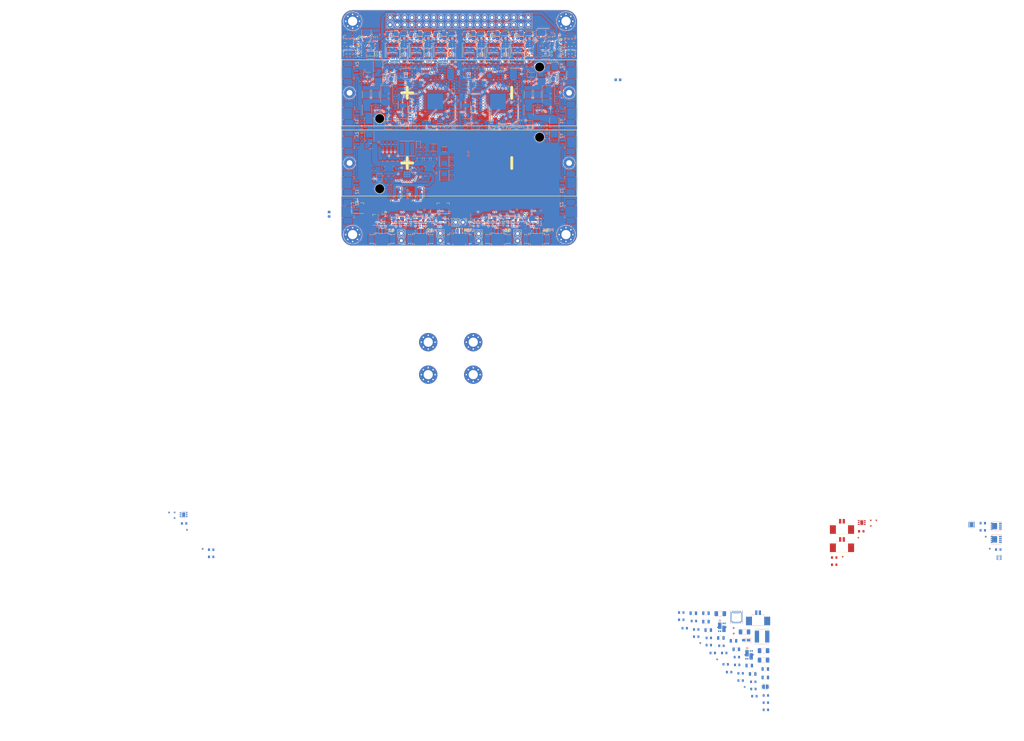
<source format=kicad_pcb>
(kicad_pcb (version 20210623) (generator pcbnew)

  (general
    (thickness 1)
  )

  (paper "A4")
  (title_block
    (title "BUTCube - EPS")
    (date "2021-08-20")
    (rev "v1.0")
    (company "VUT - FIT(STRaDe) & FME(IAE & IPE)")
    (comment 1 "Author: Petr Malaník")
  )

  (layers
    (0 "F.Cu" signal)
    (1 "In1.Cu" power)
    (2 "In2.Cu" mixed)
    (31 "B.Cu" signal)
    (32 "B.Adhes" user "B.Adhesive")
    (33 "F.Adhes" user "F.Adhesive")
    (34 "B.Paste" user)
    (35 "F.Paste" user)
    (36 "B.SilkS" user "B.Silkscreen")
    (37 "F.SilkS" user "F.Silkscreen")
    (38 "B.Mask" user)
    (39 "F.Mask" user)
    (40 "Dwgs.User" user "User.Drawings")
    (41 "Cmts.User" user "User.Comments")
    (42 "Eco1.User" user "User.Eco1")
    (43 "Eco2.User" user "User.Eco2")
    (44 "Edge.Cuts" user)
    (45 "Margin" user)
    (46 "B.CrtYd" user "B.Courtyard")
    (47 "F.CrtYd" user "F.Courtyard")
    (48 "B.Fab" user)
    (49 "F.Fab" user)
    (50 "User.1" user)
    (51 "User.2" user)
    (52 "User.3" user)
    (53 "User.4" user)
    (54 "User.5" user)
    (55 "User.6" user)
    (56 "User.7" user)
    (57 "User.8" user)
    (58 "User.9" user)
  )

  (setup
    (stackup
      (layer "F.SilkS" (type "Top Silk Screen"))
      (layer "F.Paste" (type "Top Solder Paste"))
      (layer "F.Mask" (type "Top Solder Mask") (color "Green") (thickness 0.01))
      (layer "F.Cu" (type "copper") (thickness 0.035))
      (layer "dielectric 1" (type "core") (thickness 0.28) (material "FR4") (epsilon_r 4.5) (loss_tangent 0.02))
      (layer "In1.Cu" (type "copper") (thickness 0.035))
      (layer "dielectric 2" (type "prepreg") (thickness 0.28) (material "FR4") (epsilon_r 4.5) (loss_tangent 0.02))
      (layer "In2.Cu" (type "copper") (thickness 0.035))
      (layer "dielectric 3" (type "core") (thickness 0.28) (material "FR4") (epsilon_r 4.5) (loss_tangent 0.02))
      (layer "B.Cu" (type "copper") (thickness 0.035))
      (layer "B.Mask" (type "Bottom Solder Mask") (color "Green") (thickness 0.01))
      (layer "B.Paste" (type "Bottom Solder Paste"))
      (layer "B.SilkS" (type "Bottom Silk Screen"))
      (copper_finish "Immersion gold")
      (dielectric_constraints no)
    )
    (pad_to_mask_clearance 0)
    (pcbplotparams
      (layerselection 0x00010fc_ffffffff)
      (disableapertmacros false)
      (usegerberextensions false)
      (usegerberattributes true)
      (usegerberadvancedattributes true)
      (creategerberjobfile true)
      (svguseinch false)
      (svgprecision 6)
      (excludeedgelayer true)
      (plotframeref false)
      (viasonmask false)
      (mode 1)
      (useauxorigin false)
      (hpglpennumber 1)
      (hpglpenspeed 20)
      (hpglpendiameter 15.000000)
      (dxfpolygonmode true)
      (dxfimperialunits true)
      (dxfusepcbnewfont true)
      (psnegative false)
      (psa4output false)
      (plotreference true)
      (plotvalue true)
      (plotinvisibletext false)
      (sketchpadsonfab false)
      (subtractmaskfromsilk false)
      (outputformat 1)
      (mirror false)
      (drillshape 1)
      (scaleselection 1)
      (outputdirectory "")
    )
  )

  (net 0 "")
  (net 1 "Net-(C1-Pad1)")
  (net 2 "VBUS")
  (net 3 "/Unit #1/MCU/MCU_POWER")
  (net 4 "/Unit #1/Battery charger/SOLAR_IN")
  (net 5 "/USB power/USB_POWER")
  (net 6 "Net-(C6-Pad1)")
  (net 7 "Net-(C6-Pad2)")
  (net 8 "Net-(C7-Pad1)")
  (net 9 "GND")
  (net 10 "Net-(C7-Pad2)")
  (net 11 "Net-(C8-Pad1)")
  (net 12 "/Unit #1/Battery charger/PMID")
  (net 13 "/Unit #1/Battery charger/SYS")
  (net 14 "/Unit #1/Battery charger/REGN")
  (net 15 "/Unit #1/Activation control/PWR_OUT")
  (net 16 "Net-(C29-Pad1)")
  (net 17 "/Unit #1/MCU/OUT_CUR")
  (net 18 "Net-(C32-Pad1)")
  (net 19 "/Unit #1/MCU/VREF")
  (net 20 "Net-(C47-Pad1)")
  (net 21 "/Unit #2/MCU/MCU_POWER")
  (net 22 "/Unit #2/Battery charger/SOLAR_IN")
  (net 23 "Net-(C52-Pad1)")
  (net 24 "Net-(C52-Pad2)")
  (net 25 "Net-(C53-Pad1)")
  (net 26 "Net-(C53-Pad2)")
  (net 27 "Net-(C54-Pad1)")
  (net 28 "/Unit #2/Battery charger/PMID")
  (net 29 "/Unit #2/Battery charger/SYS")
  (net 30 "/Unit #2/Battery charger/REGN")
  (net 31 "/Unit #2/Activation control/PWR_OUT")
  (net 32 "Net-(C75-Pad1)")
  (net 33 "/Unit #2/MCU/OUT_CUR")
  (net 34 "Net-(C78-Pad1)")
  (net 35 "/Unit #2/MCU/VREF")
  (net 36 "Net-(C93-Pad1)")
  (net 37 "Net-(C94-Pad1)")
  (net 38 "/Unit #1/Output control/PWR_OUT")
  (net 39 "Net-(C96-Pad1)")
  (net 40 "Net-(C97-Pad1)")
  (net 41 "/Unit #2/Output control/PWR_OUT")
  (net 42 "Net-(C101-Pad1)")
  (net 43 "Net-(C102-Pad1)")
  (net 44 "Net-(C106-Pad1)")
  (net 45 "Net-(C107-Pad1)")
  (net 46 "Net-(C111-Pad1)")
  (net 47 "Net-(C112-Pad1)")
  (net 48 "Net-(C116-Pad1)")
  (net 49 "Net-(C117-Pad1)")
  (net 50 "Net-(C121-Pad1)")
  (net 51 "Net-(C122-Pad1)")
  (net 52 "/Unit #1/ADC/VBAT_CUR")
  (net 53 "/Unit #2/ADC/VBAT_CUR")
  (net 54 "Net-(C129-Pad1)")
  (net 55 "Net-(C130-Pad1)")
  (net 56 "Net-(C131-Pad1)")
  (net 57 "Net-(C132-Pad1)")
  (net 58 "Net-(C133-Pad1)")
  (net 59 "/Unit #2/Activation control/Activation logic/PWR_IN")
  (net 60 "Net-(C138-Pad1)")
  (net 61 "Net-(C139-Pad1)")
  (net 62 "Net-(C140-Pad1)")
  (net 63 "Net-(C141-Pad1)")
  (net 64 "Net-(C142-Pad1)")
  (net 65 "/Unit #1/Activation control/Activation logic/PWR_IN")
  (net 66 "Net-(D2-Pad2)")
  (net 67 "/Stack connector/CAN_L")
  (net 68 "/Stack connector/CAN_H")
  (net 69 "/Unit #1/ADC/1V8_CUR")
  (net 70 "/Unit #2/ADC/1V8_CUR")
  (net 71 "/Unit #1/ADC/3V3_CUR")
  (net 72 "/Unit #2/ADC/3V3_CUR")
  (net 73 "/Unit #1/ADC/5V_CUR")
  (net 74 "/Unit #2/ADC/5V_CUR")
  (net 75 "/Unit #1/Activation control/PWR_IN")
  (net 76 "/Unit #1/MCU/POWER")
  (net 77 "Net-(F3-Pad2)")
  (net 78 "/Unit #2/Activation control/PWR_IN")
  (net 79 "/Unit #2/MCU/POWER")
  (net 80 "Net-(F6-Pad2)")
  (net 81 "Net-(F7-Pad1)")
  (net 82 "/Unit #1/1V8")
  (net 83 "Net-(F8-Pad1)")
  (net 84 "/Unit #2/1V8")
  (net 85 "Net-(F9-Pad1)")
  (net 86 "/Unit #1/3V3")
  (net 87 "Net-(F10-Pad1)")
  (net 88 "/Unit #2/3V3")
  (net 89 "Net-(F11-Pad1)")
  (net 90 "/Unit #1/5V")
  (net 91 "Net-(F12-Pad1)")
  (net 92 "/Unit #2/5V")
  (net 93 "Net-(F13-Pad1)")
  (net 94 "/Unit #1/VBAT")
  (net 95 "Net-(F14-Pad1)")
  (net 96 "/Unit #2/VBAT")
  (net 97 "Net-(J7-Pad1)")
  (net 98 "/Unit #1/MCU/DBG_TX")
  (net 99 "/Unit #1/MCU/DBG_RX")
  (net 100 "/Unit #1/MCU/SWCLK")
  (net 101 "/Unit #1/MCU/SWDIO")
  (net 102 "/Unit #1/Battery temperature control/NTC_OUT")
  (net 103 "Net-(J11-Pad1)")
  (net 104 "/Stack connector/EPS#1_CHARGE")
  (net 105 "/Stack connector/RS_485_~{B}")
  (net 106 "/Stack connector/RS_485_A")
  (net 107 "/Stack connector/EPS#2_CHARGE")
  (net 108 "Net-(J19-Pad1)")
  (net 109 "/Unit #2/MCU/DBG_TX")
  (net 110 "/Unit #2/MCU/DBG_RX")
  (net 111 "/Unit #2/MCU/SWCLK")
  (net 112 "/Unit #2/MCU/SWDIO")
  (net 113 "/Unit #2/Battery temperature control/NTC_OUT")
  (net 114 "Net-(J23-Pad1)")
  (net 115 "/Activation switches/RBF_PIN")
  (net 116 "/Activation switches/SW_#1")
  (net 117 "/Activation switches/SW_#2")
  (net 118 "/Activation switches/SW_#3")
  (net 119 "/Activation switches/SW_#4")
  (net 120 "Net-(JP1-Pad2)")
  (net 121 "Net-(JP2-Pad1)")
  (net 122 "/Unit #1/MCU/NRST")
  (net 123 "Net-(JP3-Pad1)")
  (net 124 "Net-(JP3-Pad2)")
  (net 125 "Net-(JP4-Pad2)")
  (net 126 "Net-(JP5-Pad1)")
  (net 127 "/Unit #2/MCU/NRST")
  (net 128 "Net-(JP6-Pad1)")
  (net 129 "Net-(JP6-Pad2)")
  (net 130 "Net-(L3-Pad1)")
  (net 131 "Net-(L3-Pad2)")
  (net 132 "Net-(L4-Pad1)")
  (net 133 "Net-(L4-Pad2)")
  (net 134 "Net-(L5-Pad1)")
  (net 135 "Net-(L5-Pad2)")
  (net 136 "Net-(L6-Pad1)")
  (net 137 "Net-(L6-Pad2)")
  (net 138 "Net-(L7-Pad1)")
  (net 139 "Net-(L7-Pad2)")
  (net 140 "Net-(L8-Pad1)")
  (net 141 "Net-(L8-Pad2)")
  (net 142 "Net-(Q1-PadG1)")
  (net 143 "Net-(Q1-PadS1)")
  (net 144 "Net-(Q2-PadG1)")
  (net 145 "Net-(Q2-PadS1)")
  (net 146 "/Unit #1/Activation control/Activation logic/SEP_EN")
  (net 147 "Net-(Q3-Pad5)")
  (net 148 "/Unit #1/Activation control/Activation logic/RBF_EN")
  (net 149 "Net-(Q5-Pad1)")
  (net 150 "Net-(Q5-Pad3)")
  (net 151 "Net-(Q7-Pad1)")
  (net 152 "Net-(Q7-Pad4)")
  (net 153 "Net-(Q7-Pad5)")
  (net 154 "Net-(Q9-PadG1)")
  (net 155 "Net-(Q9-PadS1)")
  (net 156 "Net-(Q10-PadG1)")
  (net 157 "Net-(Q10-PadS1)")
  (net 158 "/Unit #2/Activation control/Activation logic/SEP_EN")
  (net 159 "Net-(Q11-Pad5)")
  (net 160 "/Unit #2/Activation control/Activation logic/RBF_EN")
  (net 161 "Net-(Q13-Pad1)")
  (net 162 "Net-(Q13-Pad3)")
  (net 163 "Net-(Q15-Pad1)")
  (net 164 "Net-(Q15-Pad4)")
  (net 165 "Net-(Q15-Pad5)")
  (net 166 "Net-(Q17-Pad4)")
  (net 167 "Net-(Q17-Pad5)")
  (net 168 "Net-(Q18-Pad1)")
  (net 169 "Net-(Q18-Pad4)")
  (net 170 "Net-(Q19-Pad4)")
  (net 171 "Net-(Q19-Pad5)")
  (net 172 "Net-(Q20-Pad1)")
  (net 173 "Net-(Q20-Pad4)")
  (net 174 "/Unit #1/Power supplies/Power_supply_1V8/PER_POWER")
  (net 175 "/Unit #1/MCU/1V8_EN")
  (net 176 "/Unit #2/Power supplies/Power_supply_1V8/PER_POWER")
  (net 177 "/Unit #2/MCU/1V8_EN")
  (net 178 "/Unit #1/MCU/3V3_EN")
  (net 179 "/Unit #2/MCU/3V3_EN")
  (net 180 "/Unit #1/Power supplies/Power_supply_5V/PER_POWER")
  (net 181 "/Unit #1/MCU/5V_EN")
  (net 182 "/Unit #2/Power supplies/Power_supply_5V/PER_POWER")
  (net 183 "/Unit #2/MCU/5V_EN")
  (net 184 "Net-(Q27-Pad1)")
  (net 185 "/Unit #1/MCU/VBAT_EN")
  (net 186 "Net-(Q28-Pad1)")
  (net 187 "/Unit #2/MCU/VBAT_EN")
  (net 188 "/Unit #1/Battery charger/D+")
  (net 189 "/Unit #1/Battery charger/D-")
  (net 190 "Net-(R5-Pad2)")
  (net 191 "Net-(R6-Pad2)")
  (net 192 "Net-(R7-Pad1)")
  (net 193 "Net-(R8-Pad2)")
  (net 194 "Net-(D1-Pad2)")
  (net 195 "Net-(R11-Pad1)")
  (net 196 "Net-(R16-Pad2)")
  (net 197 "Net-(R17-Pad2)")
  (net 198 "Net-(R18-Pad2)")
  (net 199 "Net-(R21-Pad2)")
  (net 200 "Net-(R22-Pad1)")
  (net 201 "Net-(R24-Pad2)")
  (net 202 "/Unit #1/MCU/VBAT")
  (net 203 "/Unit #1/MCU/VDDUSB")
  (net 204 "Net-(R30-Pad1)")
  (net 205 "/Unit #1/MCU/CAN_RS")
  (net 206 "/Unit #1/MCU/RS_485_R_EN")
  (net 207 "/Unit #1/MCU/RS_485_T_EN")
  (net 208 "/Unit #1/Battery temperature control/EN")
  (net 209 "/Unit #1/Battery temperature control/NTC_REF")
  (net 210 "/Unit #2/Battery charger/D+")
  (net 211 "/Unit #2/Battery charger/D-")
  (net 212 "Net-(R47-Pad2)")
  (net 213 "Net-(R57-Pad2)")
  (net 214 "/Unit #2/MCU/VBAT")
  (net 215 "/Unit #2/MCU/VDDUSB")
  (net 216 "/Unit #2/MCU/CAN_RS")
  (net 217 "/Unit #2/MCU/RS_485_R_EN")
  (net 218 "/Unit #2/MCU/RS_485_T_EN")
  (net 219 "/Unit #2/Battery temperature control/EN")
  (net 220 "/Unit #2/Battery temperature control/NTC_REF")
  (net 221 "Net-(R82-Pad1)")
  (net 222 "Net-(R91-Pad2)")
  (net 223 "Net-(R98-Pad2)")
  (net 224 "Net-(R105-Pad2)")
  (net 225 "Net-(R112-Pad2)")
  (net 226 "Net-(R119-Pad2)")
  (net 227 "/Unit #1/Battery temperature control/~{FAULT}")
  (net 228 "/Unit #2/Battery temperature control/~{FAULT}")
  (net 229 "Net-(TP61-Pad1)")
  (net 230 "Net-(TP62-Pad1)")
  (net 231 "Net-(TP63-Pad1)")
  (net 232 "Net-(TP64-Pad1)")
  (net 233 "Net-(TP67-Pad1)")
  (net 234 "Net-(TP69-Pad1)")
  (net 235 "Net-(TP70-Pad1)")
  (net 236 "Net-(TP71-Pad1)")
  (net 237 "Net-(TP72-Pad1)")
  (net 238 "Net-(TP75-Pad1)")
  (net 239 "/Unit #1/ADC/~{CS}")
  (net 240 "/Unit #1/MCU/SPI_MISO")
  (net 241 "/Unit #1/MCU/SPI_SCK")
  (net 242 "/Unit #1/MCU/SPI_MOSI")
  (net 243 "Net-(D1-Pad1)")
  (net 244 "/Unit #1/Battery charger/SCL")
  (net 245 "/Unit #1/Battery charger/SDA")
  (net 246 "/Unit #1/Battery charger/~{INT}")
  (net 247 "/Unit #1/MCU/WDG_RESET")
  (net 248 "/Unit #1/MCU/FRAM_CS")
  (net 249 "/Unit #1/MCU/LSE")
  (net 250 "/Unit #1/MCU/HSE")
  (net 251 "/Unit #1/Battery charger/BAT_ALERT")
  (net 252 "/Unit #1/MCU/RS_485_R")
  (net 253 "/Unit #1/MCU/RS_485_T")
  (net 254 "/Unit #1/MCU/CAN_RX")
  (net 255 "/Unit #1/MCU/CAN_TX")
  (net 256 "/Unit #2/ADC/~{CS}")
  (net 257 "/Unit #2/MCU/SPI_MISO")
  (net 258 "/Unit #2/MCU/SPI_SCK")
  (net 259 "/Unit #2/MCU/SPI_MOSI")
  (net 260 "Net-(D5-Pad1)")
  (net 261 "/Unit #2/Battery charger/SCL")
  (net 262 "/Unit #2/Battery charger/SDA")
  (net 263 "/Unit #2/Battery charger/~{INT}")
  (net 264 "/Unit #2/MCU/WDG_RESET")
  (net 265 "/Unit #2/MCU/FRAM_CS")
  (net 266 "/Unit #2/MCU/LSE")
  (net 267 "/Unit #2/MCU/HSE")
  (net 268 "/Unit #2/Battery charger/BAT_ALERT")
  (net 269 "/Unit #2/MCU/RS_485_R")
  (net 270 "/Unit #2/MCU/RS_485_T")
  (net 271 "/Unit #2/MCU/CAN_RX")
  (net 272 "/Unit #2/MCU/CAN_TX")
  (net 273 "Net-(U52-Pad6)")
  (net 274 "Net-(U53-Pad8)")
  (net 275 "Net-(U54-Pad12)")
  (net 276 "Net-(U48-Pad6)")
  (net 277 "Net-(U48-Pad8)")
  (net 278 "Net-(U48-Pad12)")
  (net 279 "Net-(U49-Pad10)")
  (net 280 "Net-(U49-Pad8)")
  (net 281 "Net-(U49-Pad12)")
  (net 282 "Net-(U50-Pad12)")
  (net 283 "Net-(U52-Pad8)")
  (net 284 "Net-(U52-Pad12)")
  (net 285 "Net-(U53-Pad10)")
  (net 286 "Net-(U53-Pad12)")
  (net 287 "Net-(D4-Pad1)")
  (net 288 "Net-(D7-Pad1)")
  (net 289 "Net-(D7-Pad2)")
  (net 290 "Net-(D8-Pad2)")
  (net 291 "Net-(D10-Pad1)")
  (net 292 "Net-(D11-Pad1)")
  (net 293 "/Unit #1/MCU/LED1")
  (net 294 "/Unit #1/MCU/LED2")
  (net 295 "Net-(R41-Pad1)")
  (net 296 "Net-(R46-Pad2)")
  (net 297 "Net-(R48-Pad1)")
  (net 298 "Net-(R49-Pad2)")
  (net 299 "Net-(R52-Pad1)")
  (net 300 "Net-(R58-Pad2)")
  (net 301 "Net-(R59-Pad2)")
  (net 302 "Net-(R62-Pad2)")
  (net 303 "Net-(R63-Pad1)")
  (net 304 "Net-(R65-Pad2)")
  (net 305 "Net-(R71-Pad1)")
  (net 306 "/Unit #2/MCU/LED1")
  (net 307 "/Unit #2/MCU/LED2")
  (net 308 "Net-(R84-Pad1)")
  (net 309 "Net-(R86-Pad1)")
  (net 310 "Net-(R88-Pad2)")
  (net 311 "Net-(R89-Pad1)")
  (net 312 "Net-(R95-Pad2)")
  (net 313 "Net-(R96-Pad1)")
  (net 314 "Net-(R102-Pad2)")
  (net 315 "Net-(R103-Pad1)")
  (net 316 "Net-(R109-Pad2)")
  (net 317 "Net-(R110-Pad1)")
  (net 318 "Net-(R116-Pad2)")
  (net 319 "Net-(R117-Pad1)")
  (net 320 "Net-(R123-Pad2)")
  (net 321 "Net-(R124-Pad1)")
  (net 322 "Net-(R126-Pad2)")
  (net 323 "Net-(R132-Pad2)")
  (net 324 "Net-(R137-Pad2)")
  (net 325 "/Unit #1/Battery charger/BAT+")
  (net 326 "/Unit #2/Battery charger/BAT+")
  (net 327 "/Unit #1/ADC/VBAT_DIV")
  (net 328 "/Unit #1/ADC/3V3_DIV")
  (net 329 "/Unit #1/ADC/5V_DIV")
  (net 330 "/Unit #2/ADC/VBAT_DIV")
  (net 331 "/Unit #2/ADC/3V3_DIV")
  (net 332 "/Unit #2/ADC/5V_DIV")
  (net 333 "unconnected-(J12-Pad11)")
  (net 334 "unconnected-(J12-Pad12)")
  (net 335 "unconnected-(J12-Pad13)")
  (net 336 "unconnected-(J12-Pad14)")
  (net 337 "unconnected-(J12-Pad15)")
  (net 338 "unconnected-(J12-Pad16)")
  (net 339 "unconnected-(J12-Pad17)")
  (net 340 "unconnected-(J12-Pad18)")
  (net 341 "unconnected-(J12-Pad23)")
  (net 342 "unconnected-(J12-Pad24)")
  (net 343 "unconnected-(J12-Pad25)")
  (net 344 "unconnected-(J12-Pad26)")
  (net 345 "unconnected-(J12-Pad27)")
  (net 346 "unconnected-(J12-Pad28)")
  (net 347 "unconnected-(J12-Pad29)")
  (net 348 "unconnected-(J12-Pad30)")
  (net 349 "/Unit #1/ADC/CONV_EN")
  (net 350 "Net-(Q29-Pad3)")
  (net 351 "Net-(Q30-Pad3)")
  (net 352 "Net-(Q31-Pad3)")
  (net 353 "/Unit #2/ADC/CONV_EN")
  (net 354 "Net-(Q32-Pad3)")
  (net 355 "Net-(Q33-Pad3)")
  (net 356 "Net-(Q34-Pad3)")
  (net 357 "unconnected-(U6-Pad3)")
  (net 358 "unconnected-(U8-Pad3)")
  (net 359 "unconnected-(U9-Pad4)")
  (net 360 "unconnected-(U9-Pad10)")
  (net 361 "unconnected-(U10-Pad3)")
  (net 362 "unconnected-(U12-Pad7)")
  (net 363 "unconnected-(U19-Pad3)")
  (net 364 "unconnected-(U21-Pad3)")
  (net 365 "unconnected-(U22-Pad4)")
  (net 366 "unconnected-(U22-Pad10)")
  (net 367 "unconnected-(U23-Pad3)")
  (net 368 "unconnected-(U25-Pad7)")
  (net 369 "unconnected-(U27-Pad1)")
  (net 370 "unconnected-(U30-Pad1)")
  (net 371 "unconnected-(U50-Pad8)")
  (net 372 "unconnected-(U54-Pad8)")
  (net 373 "unconnected-(X1-Pad1)")
  (net 374 "unconnected-(X3-Pad1)")

  (footprint "Diode_SMD:D_SOD-323F" (layer "F.Cu") (at 95.1 59.325 180))

  (footprint "TCY_passives:R_0603_1608Metric" (layer "F.Cu") (at 163.8 54.2 90))

  (footprint "TCY_passives:R_0603_1608Metric" (layer "F.Cu") (at 93.1 53.725 90))

  (footprint "TCY_passives:D_0603_1608Metric" (layer "F.Cu") (at 86.3 56.8 -90))

  (footprint "TCY_passives:R_0603_1608Metric" (layer "F.Cu") (at 257.14 235.26))

  (footprint "MountingHole:MountingHole_3.2mm_M3_Pad_Via" (layer "F.Cu") (at 89 122.5))

  (footprint "TCY_passives:R_0603_1608Metric" (layer "F.Cu") (at 107.05 58.2))

  (footprint "TCY_connectors:TestPoint_Pad_D0.5mm" (layer "F.Cu") (at 158.4 59.9))

  (footprint "TCY_connectors:Amphenol_10114830-11102LF_1x02_P1.25mm_Horizontal" (layer "F.Cu") (at 99.25 122))

  (footprint "TCY_passives:R_0603_1608Metric" (layer "F.Cu") (at 113.7 118.2 -90))

  (footprint "TCY_passives:R_0603_1608Metric" (layer "F.Cu") (at 257.14 237.77))

  (footprint "TCY_passives:R_0603_1608Metric" (layer "F.Cu") (at 151.187255 118.138244 -90))

  (footprint "TCY_passives:R_0603_1608Metric" (layer "F.Cu") (at 162.6 54.2 -90))

  (footprint "TCY_IC:DFN-3_1.2x1.2mm" (layer "F.Cu") (at 161 53.7))

  (footprint "Connector_PinHeader_2.54mm:PinHeader_1x02_P2.54mm_Vertical" (layer "F.Cu") (at 146.6 124.675 180))

  (footprint "TCY_passives:R_0603_1608Metric" (layer "F.Cu") (at 115.45 55.4))

  (footprint "TCY_passives:R_0603_1608Metric" (layer "F.Cu") (at 150.8 54 180))

  (footprint "TCY_passives:R_0603_1608Metric" (layer "F.Cu") (at 89.9 54.2 90))

  (footprint "TCY_passives:R_0603_1608Metric" (layer "F.Cu") (at 131.987255 118.138244 90))

  (footprint "TCY_passives:D_0603_1608Metric" (layer "F.Cu") (at 86.3 54.2 -90))

  (footprint "TCY_passives:C_0603_1608Metric" (layer "F.Cu") (at 165 54.2 90))

  (footprint "TCY_passives:R_0603_1608Metric" (layer "F.Cu") (at 88.7 54.2 -90))

  (footprint "TCY_connectors:TestPoint_Pad_D0.5mm" (layer "F.Cu") (at 271.86 222.26))

  (footprint "TCY_connectors:TestPoint_Pad_D0.5mm" (layer "F.Cu") (at 114.675 59.5))

  (footprint "TCY_passives:R_0603_1608Metric" (layer "F.Cu") (at 89.9 56.8 90))

  (footprint "TCY_connectors:TestPoint_Pad_D0.5mm" (layer "F.Cu") (at 107.825 59.5))

  (footprint "TCY_connectors:TestPoint_Pad_D0.5mm" (layer "F.Cu") (at 124.625 59.5))

  (footprint "TCY_IC:DFN-3_1.2x1.2mm" (layer "F.Cu") (at 91.5 54.7 180))

  (footprint "Diode_SMD:D_SOD-323F" (layer "F.Cu") (at 106.7 52.25 180))

  (footprint "TCY_passives:C_0603_1608Metric" (layer "F.Cu") (at 138.787255 118.138244 -90))

  (footprint "TCY_passives:R_0603_1608Metric" (layer "F.Cu") (at 120.5 118.2 90))

  (footprint "Diode_SMD:D_SOD-323F" (layer "F.Cu") (at 133.65 52.25 180))

  (footprint "Package_DFN_QFN:UQFN-10_1.4x1.8mm_P0.4mm" (layer "F.Cu") (at 157.2 56.6))

  (footprint "TCY_connectors:TestPoint_Pad_D0.5mm" (layer "F.Cu") (at 105.35 54.7))

  (footprint "TCY_passives:C_0603_1608Metric" (layer "F.Cu") (at 93.6 56.625 90))

  (footprint "TCY_passives:C_0603_1608Metric" (layer "F.Cu") (at 115.45 60.7))

  (footprint "TCY_connectors:TestPoint_Pad_D0.5mm" (layer "F.Cu") (at 143.175 59.5))

  (footprint "TCY_connectors:Amphenol_10114830-11102LF_1x02_P1.25mm_Horizontal" (layer "F.Cu") (at 126.25 122.02))

  (footprint "TCY_passives:R_0603_1608Metric" (layer "F.Cu") (at 123.85 54 180))

  (footprint "TCY_passives:RV_3x3.6" (layer "F.Cu") (at 102.6 53 90))

  (footprint "TCY_passives:R_0603_1608Metric" (layer "F.Cu") (at 137.187255 118.138244 90))

  (footprint "TCY_passives:R_0603_1608Metric" (layer "F.Cu") (at 115.3 118.2 90))

  (footprint "TCY_passives:R_0603_1608Metric" (layer "F.Cu") (at 147.587255 118.138244 90))

  (footprint "TCY_connectors:TestPoint_Pad_D0.5mm" (layer "F.Cu") (at 158.4 58.7))

  (footprint "TCY_IC:DFN-3_1.2x1.2mm" (layer "F.Cu") (at 161 58.9))

  (footprint "TCY_passives:C_0603_1608Metric" (layer "F.Cu") (at 154.387255 118.138244 -90))

  (footprint "TCY_passives:C_0603_1608Metric" (layer "F.Cu") (at 106.5 118.2 -90))

  (footprint "Diode_SMD:D_SOD-323F" (layer "F.Cu") (at 123.5 52.25 180))

  (footprint "TCY_passives:R_0603_1608Metric" (layer "F.Cu") (at 94.5 53.725 90))

  (footprint "TCY_connectors:TestPoint_Pad_D0.5mm" (layer "F.Cu") (at 140.7 54.7))

  (footprint "TCY_connectors:TestPoint_Pad_D0.5mm" (layer "F.Cu") (at 150.025 59.5))

  (footprint "TCY_passives:R_0603_1608Metric" (layer "F.Cu") (at 145.987255 118.138244 -90))

  (footprint "TCY_passives:R_0603_1608Metric" (layer "F.Cu") (at 150.8 56.8 180))

  (footprint "TCY_passives:R_0603_1608Metric" (layer "F.Cu") (at 89.9 59.4 90))

  (footprint "Inductor_SMD:L_Taiyo-Yuden_MD-5050" (layer "F.Cu") (at 129.9 58.1 -90))

  (footprint "TCY_passives:C_0603_1608Metric" (layer "F.Cu") (at 156.9 53.675 90))

  (footprint "TCY_connectors:TestPoint_Pad_D0.5mm" (layer "F.Cu") (at 97.4 59.925))

  (footprint "TCY_connectors:TestPoint_Pad_D0.5mm" (layer "F.Cu") (at 132.3 54.7))

  (footprint "MountingHole:MountingHole_3.2mm_M3_Pad_Via" (layer "F.Cu") (at 131.12 160.06))

  (footprint "Inductor_SMD:L_Taiyo-Yuden_MD-5050" (layer "F.Cu") (at 119.75 58.1 -90))

  (footprint "TCY_passives:R_0603_1608Metric" (layer "F.Cu") (at 155.5 53.7 90))

  (footprint "TCY_passives:R_0603_1608Metric" (layer "F.Cu") (at 150.8 58.2))

  (footprint "Connector_PinHeader_2.54mm:PinHeader_1x02_P2.54mm_Vertical" (layer "F.Cu") (at 106 124.6 180))

  (footprint "TCY_passives:R_0603_1608Metric" (layer "F.Cu") (at 107.05 54 180))

  (footprint "TCY_passives:C_0603_1608Metric" (layer "F.Cu") (at 165 59.4 90))

  (footprint "MountingHole:MountingHole_3.2mm_M3_Pad_Via" (layer "F.Cu")
    (tedit 56DDBCCA) (tstamp 6c19f1f1-4aa7-487c-a4b6-17639c42c86a)
    (at 131.12 171.4)
    (descr "Mounting Hole 3.2mm, M3")
    (tags "mounting hole 3.2mm m3")
    (property "Sheetfile" "Po
... [7400111 chars truncated]
</source>
